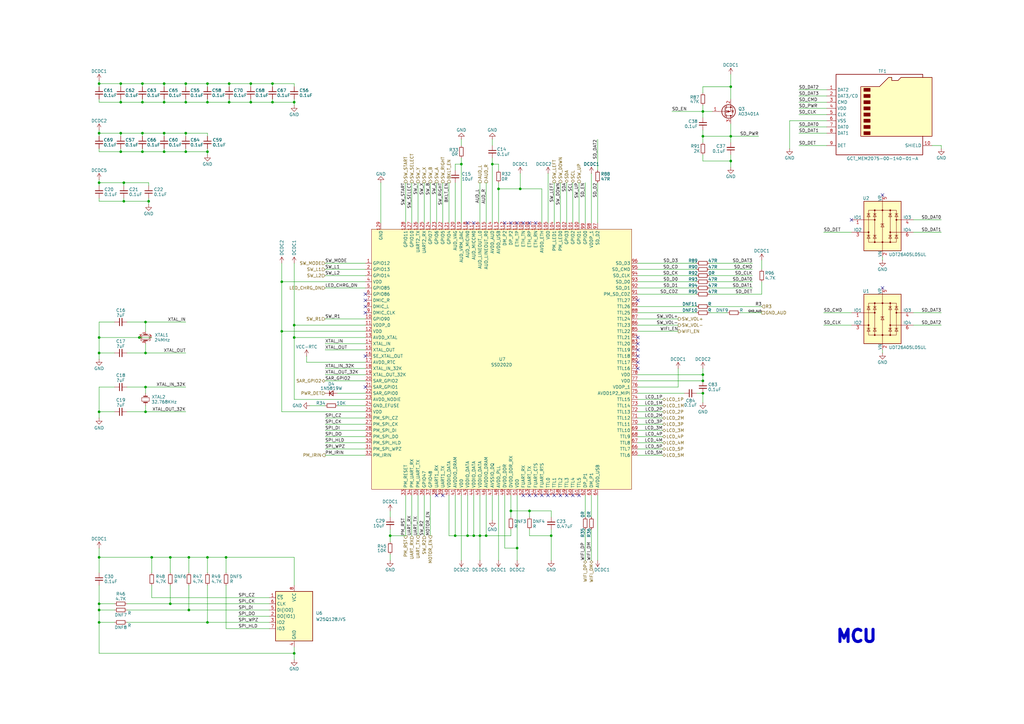
<source format=kicad_sch>
(kicad_sch (version 20231120) (generator "eeschema") (generator_version "8.0")
  (paper "A3")
  (junction (at 49.53 54.61))
  (junction (at 115.57 135.89))
  (junction (at 93.98 41.91))
  (junction (at 50.8 74.93))
  (junction (at 189.23 67.31))
  (junction (at 40.64 144.78))
  (junction (at 77.47 250.19))
  (junction (at 120.65 133.35))
  (junction (at 102.87 34.29))
  (junction (at 59.69 132.08))
  (junction (at 59.69 144.78))
  (junction (at 59.69 158.75))
  (junction (at 92.71 228.6))
  (junction (at 299.72 55.88))
  (junction (at 59.69 168.91))
  (junction (at 49.53 34.29))
  (junction (at 85.09 255.27))
  (junction (at 115.57 115.57))
  (junction (at 288.29 45.72))
  (junction (at 288.29 161.29))
  (junction (at 49.53 62.23))
  (junction (at 67.31 34.29))
  (junction (at 40.64 255.27))
  (junction (at 40.64 138.43))
  (junction (at 76.2 34.29))
  (junction (at 217.17 209.55))
  (junction (at 57.15 138.43))
  (junction (at 288.29 156.21))
  (junction (at 299.72 66.04))
  (junction (at 196.85 219.71))
  (junction (at 40.64 250.19))
  (junction (at 111.76 41.91))
  (junction (at 85.09 228.6))
  (junction (at 93.98 34.29))
  (junction (at 40.64 228.6))
  (junction (at 67.31 62.23))
  (junction (at 58.42 34.29))
  (junction (at 199.39 219.71))
  (junction (at 76.2 54.61))
  (junction (at 111.76 34.29))
  (junction (at 120.65 138.43))
  (junction (at 186.69 219.71))
  (junction (at 40.64 74.93))
  (junction (at 209.55 209.55))
  (junction (at 58.42 41.91))
  (junction (at 288.29 55.88))
  (junction (at 40.64 34.29))
  (junction (at 120.65 41.91))
  (junction (at 69.85 247.65))
  (junction (at 50.8 82.55))
  (junction (at 102.87 41.91))
  (junction (at 204.47 77.47))
  (junction (at 67.31 54.61))
  (junction (at 160.02 219.71))
  (junction (at 85.09 62.23))
  (junction (at 49.53 41.91))
  (junction (at 191.77 219.71))
  (junction (at 40.64 168.91))
  (junction (at 212.09 224.79))
  (junction (at 67.31 41.91))
  (junction (at 213.36 77.47))
  (junction (at 76.2 62.23))
  (junction (at 58.42 54.61))
  (junction (at 40.64 247.65))
  (junction (at 77.47 228.6))
  (junction (at 40.64 54.61))
  (junction (at 299.72 35.56))
  (junction (at 58.42 62.23))
  (junction (at 226.06 219.71))
  (junction (at 120.65 267.97))
  (junction (at 201.93 67.31))
  (junction (at 69.85 228.6))
  (junction (at 76.2 41.91))
  (junction (at 85.09 34.29))
  (junction (at 62.23 228.6))
  (junction (at 85.09 41.91))
  (junction (at 288.29 153.67))
  (junction (at 60.96 82.55))
  (junction (at 194.31 219.71))
  (no_connect (at 214.63 203.2))
  (no_connect (at 261.62 138.43))
  (no_connect (at 217.17 203.2))
  (no_connect (at 234.95 203.2))
  (no_connect (at 222.25 203.2))
  (no_connect (at 212.09 91.44))
  (no_connect (at 214.63 91.44))
  (no_connect (at 149.86 125.73))
  (no_connect (at 261.62 148.59))
  (no_connect (at 232.41 203.2))
  (no_connect (at 261.62 146.05))
  (no_connect (at 224.79 203.2))
  (no_connect (at 179.07 203.2))
  (no_connect (at 219.71 203.2))
  (no_connect (at 207.01 91.44))
  (no_connect (at 229.87 203.2))
  (no_connect (at 361.95 80.01))
  (no_connect (at 227.33 203.2))
  (no_connect (at 261.62 143.51))
  (no_connect (at 209.55 91.44))
  (no_connect (at 261.62 140.97))
  (no_connect (at 149.86 158.75))
  (no_connect (at 349.25 90.17))
  (no_connect (at 149.86 120.65))
  (no_connect (at 149.86 123.19))
  (no_connect (at 217.17 91.44))
  (no_connect (at 361.95 118.11))
  (no_connect (at 194.31 91.44))
  (no_connect (at 261.62 151.13))
  (no_connect (at 191.77 91.44))
  (no_connect (at 149.86 146.05))
  (no_connect (at 261.62 123.19))
  (no_connect (at 237.49 203.2))
  (no_connect (at 149.86 128.27))
  (no_connect (at 219.71 91.44))
  (no_connect (at 181.61 203.2))
  (wire (pts (xy 327.66 52.07) (xy 339.09 52.07)))
  (wire (pts (xy 245.11 74.93) (xy 245.11 91.44)))
  (wire (pts (xy 207.01 224.79) (xy 212.09 224.79)))
  (wire (pts (xy 85.09 255.27) (xy 110.49 255.27)))
  (wire (pts (xy 59.69 168.91) (xy 59.69 166.37)))
  (wire (pts (xy 160.02 229.87) (xy 160.02 227.33)))
  (wire (pts (xy 226.06 219.71) (xy 226.06 229.87)))
  (wire (pts (xy 327.66 54.61) (xy 339.09 54.61)))
  (wire (pts (xy 120.65 138.43) (xy 149.86 138.43)))
  (wire (pts (xy 160.02 219.71) (xy 166.37 219.71)))
  (wire (pts (xy 40.64 132.08) (xy 40.64 138.43)))
  (wire (pts (xy 288.29 48.26) (xy 288.29 45.72)))
  (wire (pts (xy 201.93 67.31) (xy 201.93 91.44)))
  (wire (pts (xy 58.42 41.91) (xy 67.31 41.91)))
  (wire (pts (xy 201.93 203.2) (xy 201.93 213.36)))
  (wire (pts (xy 196.85 74.93) (xy 196.85 91.44)))
  (wire (pts (xy 201.93 57.15) (xy 201.93 59.69)))
  (wire (pts (xy 261.62 176.53) (xy 271.78 176.53)))
  (wire (pts (xy 58.42 60.96) (xy 58.42 62.23)))
  (wire (pts (xy 386.08 95.25) (xy 374.65 95.25)))
  (wire (pts (xy 261.62 125.73) (xy 285.75 125.73)))
  (wire (pts (xy 93.98 41.91) (xy 85.09 41.91)))
  (wire (pts (xy 186.69 74.93) (xy 186.69 91.44)))
  (wire (pts (xy 52.07 255.27) (xy 85.09 255.27)))
  (wire (pts (xy 133.35 156.21) (xy 149.86 156.21)))
  (wire (pts (xy 85.09 62.23) (xy 76.2 62.23)))
  (wire (pts (xy 288.29 55.88) (xy 288.29 53.34)))
  (wire (pts (xy 40.64 144.78) (xy 40.64 147.32)))
  (wire (pts (xy 323.85 49.53) (xy 323.85 60.96)))
  (wire (pts (xy 288.29 153.67) (xy 288.29 156.21)))
  (wire (pts (xy 125.73 146.05) (xy 125.73 148.59)))
  (wire (pts (xy 92.71 257.81) (xy 110.49 257.81)))
  (wire (pts (xy 160.02 219.71) (xy 160.02 222.25)))
  (wire (pts (xy 204.47 67.31) (xy 204.47 69.85)))
  (wire (pts (xy 59.69 158.75) (xy 59.69 161.29)))
  (wire (pts (xy 49.53 54.61) (xy 40.64 54.61)))
  (wire (pts (xy 171.45 74.93) (xy 171.45 91.44)))
  (wire (pts (xy 52.07 158.75) (xy 59.69 158.75)))
  (wire (pts (xy 115.57 135.89) (xy 149.86 135.89)))
  (wire (pts (xy 49.53 41.91) (xy 49.53 40.64)))
  (wire (pts (xy 189.23 64.77) (xy 189.23 67.31)))
  (wire (pts (xy 323.85 49.53) (xy 339.09 49.53)))
  (wire (pts (xy 120.65 41.91) (xy 120.65 40.64)))
  (wire (pts (xy 186.69 203.2) (xy 186.69 219.71)))
  (wire (pts (xy 240.03 203.2) (xy 240.03 212.09)))
  (wire (pts (xy 201.93 64.77) (xy 201.93 67.31)))
  (wire (pts (xy 76.2 34.29) (xy 76.2 35.56)))
  (wire (pts (xy 261.62 128.27) (xy 285.75 128.27)))
  (wire (pts (xy 261.62 179.07) (xy 271.78 179.07)))
  (wire (pts (xy 312.42 106.68) (xy 312.42 110.49)))
  (wire (pts (xy 85.09 228.6) (xy 85.09 234.95)))
  (wire (pts (xy 67.31 41.91) (xy 76.2 41.91)))
  (wire (pts (xy 133.35 113.03) (xy 149.86 113.03)))
  (wire (pts (xy 261.62 173.99) (xy 271.78 173.99)))
  (wire (pts (xy 261.62 135.89) (xy 278.13 135.89)))
  (wire (pts (xy 52.07 247.65) (xy 69.85 247.65)))
  (wire (pts (xy 209.55 219.71) (xy 199.39 219.71)))
  (wire (pts (xy 92.71 228.6) (xy 92.71 234.95)))
  (wire (pts (xy 261.62 153.67) (xy 288.29 153.67)))
  (wire (pts (xy 46.99 250.19) (xy 40.64 250.19)))
  (wire (pts (xy 227.33 74.93) (xy 227.33 91.44)))
  (wire (pts (xy 168.91 203.2) (xy 168.91 219.71)))
  (wire (pts (xy 50.8 82.55) (xy 60.96 82.55)))
  (wire (pts (xy 76.2 60.96) (xy 76.2 62.23)))
  (wire (pts (xy 62.23 234.95) (xy 62.23 228.6)))
  (wire (pts (xy 69.85 247.65) (xy 110.49 247.65)))
  (wire (pts (xy 327.66 36.83) (xy 339.09 36.83)))
  (wire (pts (xy 196.85 219.71) (xy 196.85 229.87)))
  (wire (pts (xy 261.62 186.69) (xy 271.78 186.69)))
  (wire (pts (xy 97.79 252.73) (xy 110.49 252.73)))
  (wire (pts (xy 261.62 107.95) (xy 285.75 107.95)))
  (wire (pts (xy 242.57 71.12) (xy 242.57 91.44)))
  (wire (pts (xy 217.17 209.55) (xy 226.06 209.55)))
  (wire (pts (xy 184.15 203.2) (xy 184.15 219.71)))
  (wire (pts (xy 40.64 138.43) (xy 57.15 138.43)))
  (wire (pts (xy 77.47 250.19) (xy 110.49 250.19)))
  (wire (pts (xy 49.53 62.23) (xy 40.64 62.23)))
  (wire (pts (xy 120.65 133.35) (xy 149.86 133.35)))
  (wire (pts (xy 173.99 74.93) (xy 173.99 91.44)))
  (wire (pts (xy 77.47 240.03) (xy 77.47 250.19)))
  (wire (pts (xy 92.71 240.03) (xy 92.71 257.81)))
  (wire (pts (xy 85.09 62.23) (xy 85.09 63.5)))
  (wire (pts (xy 217.17 209.55) (xy 217.17 212.09)))
  (wire (pts (xy 52.07 168.91) (xy 59.69 168.91)))
  (wire (pts (xy 40.64 158.75) (xy 40.64 168.91)))
  (wire (pts (xy 237.49 74.93) (xy 237.49 91.44)))
  (wire (pts (xy 133.35 171.45) (xy 149.86 171.45)))
  (wire (pts (xy 50.8 82.55) (xy 40.64 82.55)))
  (wire (pts (xy 102.87 41.91) (xy 111.76 41.91)))
  (wire (pts (xy 67.31 34.29) (xy 76.2 34.29)))
  (wire (pts (xy 361.95 144.78) (xy 361.95 143.51)))
  (wire (pts (xy 85.09 240.03) (xy 85.09 255.27)))
  (wire (pts (xy 40.64 138.43) (xy 40.64 144.78)))
  (wire (pts (xy 67.31 54.61) (xy 58.42 54.61)))
  (wire (pts (xy 40.64 33.02) (xy 40.64 34.29)))
  (wire (pts (xy 209.55 203.2) (xy 209.55 209.55)))
  (wire (pts (xy 234.95 91.44) (xy 234.95 74.93)))
  (wire (pts (xy 290.83 115.57) (xy 308.61 115.57)))
  (wire (pts (xy 156.21 74.93) (xy 156.21 91.44)))
  (wire (pts (xy 261.62 168.91) (xy 271.78 168.91)))
  (wire (pts (xy 361.95 106.68) (xy 361.95 105.41)))
  (wire (pts (xy 290.83 118.11) (xy 308.61 118.11)))
  (wire (pts (xy 40.64 53.34) (xy 40.64 54.61)))
  (wire (pts (xy 138.43 161.29) (xy 149.86 161.29)))
  (wire (pts (xy 49.53 34.29) (xy 49.53 35.56)))
  (wire (pts (xy 386.08 59.69) (xy 386.08 60.96)))
  (wire (pts (xy 120.65 240.03) (xy 120.65 228.6)))
  (wire (pts (xy 85.09 54.61) (xy 76.2 54.61)))
  (wire (pts (xy 327.66 46.99) (xy 339.09 46.99)))
  (wire (pts (xy 40.64 168.91) (xy 46.99 168.91)))
  (wire (pts (xy 242.57 217.17) (xy 242.57 229.87)))
  (wire (pts (xy 111.76 34.29) (xy 102.87 34.29)))
  (wire (pts (xy 327.66 41.91) (xy 339.09 41.91)))
  (wire (pts (xy 102.87 41.91) (xy 93.98 41.91)))
  (wire (pts (xy 127 166.37) (xy 133.35 166.37)))
  (wire (pts (xy 69.85 228.6) (xy 69.85 234.95)))
  (wire (pts (xy 179.07 74.93) (xy 179.07 91.44)))
  (wire (pts (xy 186.69 219.71) (xy 184.15 219.71)))
  (wire (pts (xy 40.64 74.93) (xy 40.64 76.2)))
  (wire (pts (xy 133.35 118.11) (xy 149.86 118.11)))
  (wire (pts (xy 102.87 34.29) (xy 102.87 35.56)))
  (wire (pts (xy 181.61 74.93) (xy 181.61 91.44)))
  (wire (pts (xy 245.11 203.2) (xy 245.11 229.87)))
  (wire (pts (xy 111.76 35.56) (xy 111.76 34.29)))
  (wire (pts (xy 60.96 82.55) (xy 60.96 83.82)))
  (wire (pts (xy 85.09 35.56) (xy 85.09 34.29)))
  (wire (pts (xy 67.31 34.29) (xy 67.31 35.56)))
  (wire (pts (xy 382.27 59.69) (xy 386.08 59.69)))
  (wire (pts (xy 299.72 30.48) (xy 299.72 35.56)))
  (wire (pts (xy 50.8 74.93) (xy 60.96 74.93)))
  (wire (pts (xy 184.15 74.93) (xy 184.15 91.44)))
  (wire (pts (xy 120.65 35.56) (xy 120.65 34.29)))
  (wire (pts (xy 62.23 245.11) (xy 110.49 245.11)))
  (wire (pts (xy 46.99 158.75) (xy 40.64 158.75)))
  (wire (pts (xy 176.53 203.2) (xy 176.53 219.71)))
  (wire (pts (xy 40.64 228.6) (xy 62.23 228.6)))
  (wire (pts (xy 186.69 219.71) (xy 191.77 219.71)))
  (wire (pts (xy 160.02 209.55) (xy 160.02 212.09)))
  (wire (pts (xy 386.08 133.35) (xy 374.65 133.35)))
  (wire (pts (xy 261.62 130.81) (xy 278.13 130.81)))
  (wire (pts (xy 40.64 62.23) (xy 40.64 60.96)))
  (wire (pts (xy 40.64 240.03) (xy 40.64 247.65)))
  (wire (pts (xy 120.65 163.83) (xy 149.86 163.83)))
  (wire (pts (xy 217.17 219.71) (xy 226.06 219.71)))
  (wire (pts (xy 245.11 69.85) (xy 245.11 57.15)))
  (wire (pts (xy 160.02 219.71) (xy 160.02 217.17)))
  (wire (pts (xy 166.37 74.93) (xy 166.37 91.44)))
  (wire (pts (xy 52.07 132.08) (xy 59.69 132.08)))
  (wire (pts (xy 60.96 81.28) (xy 60.96 82.55)))
  (wire (pts (xy 261.62 120.65) (xy 285.75 120.65)))
  (wire (pts (xy 40.64 34.29) (xy 40.64 35.56)))
  (wire (pts (xy 85.09 41.91) (xy 76.2 41.91)))
  (wire (pts (xy 40.64 250.19) (xy 40.64 255.27)))
  (wire (pts (xy 290.83 120.65) (xy 312.42 120.65)))
  (wire (pts (xy 349.25 128.27) (xy 337.82 128.27)))
  (wire (pts (xy 76.2 40.64) (xy 76.2 41.91)))
  (wire (pts (xy 199.39 203.2) (xy 199.39 219.71)))
  (wire (pts (xy 299.72 35.56) (xy 299.72 40.64)))
  (wire (pts (xy 261.62 161.29) (xy 280.67 161.29)))
  (wire (pts (xy 149.86 148.59) (xy 125.73 148.59)))
  (wire (pts (xy 115.57 115.57) (xy 115.57 135.89)))
  (wire (pts (xy 93.98 35.56) (xy 93.98 34.29)))
  (wire (pts (xy 189.23 203.2) (xy 189.23 229.87)))
  (wire (pts (xy 40.64 255.27) (xy 46.99 255.27)))
  (wire (pts (xy 312.42 115.57) (xy 312.42 120.65)))
  (wire (pts (xy 288.29 35.56) (xy 299.72 35.56)))
  (wire (pts (xy 189.23 67.31) (xy 189.23 91.44)))
  (wire (pts (xy 327.66 44.45) (xy 339.09 44.45)))
  (wire (pts (xy 120.65 34.29) (xy 111.76 34.29)))
  (wire (pts (xy 226.06 209.55) (xy 226.06 212.09)))
  (wire (pts (xy 207.01 224.79) (xy 207.01 203.2)))
  (wire (pts (xy 58.42 34.29) (xy 67.31 34.29)))
  (wire (pts (xy 173.99 203.2) (xy 173.99 219.71)))
  (wire (pts (xy 189.23 57.15) (xy 189.23 59.69)))
  (wire (pts (xy 93.98 34.29) (xy 85.09 34.29)))
  (wire (pts (xy 337.82 133.35) (xy 349.25 133.35)))
  (wire (pts (xy 261.62 158.75) (xy 278.13 158.75)))
  (wire (pts (xy 52.07 250.19) (xy 77.47 250.19)))
  (wire (pts (xy 76.2 54.61) (xy 76.2 55.88)))
  (wire (pts (xy 204.47 203.2) (xy 204.47 229.87)))
  (wire (pts (xy 50.8 74.93) (xy 40.64 74.93)))
  (wire (pts (xy 59.69 144.78) (xy 76.2 144.78)))
  (wire (pts (xy 67.31 62.23) (xy 67.31 60.96)))
  (wire (pts (xy 115.57 107.95) (xy 115.57 115.57)))
  (wire (pts (xy 240.03 217.17) (xy 240.03 229.87)))
  (wire (pts (xy 191.77 219.71) (xy 194.31 219.71)))
  (wire (pts (xy 120.65 41.91) (xy 111.76 41.91)))
  (wire (pts (xy 58.42 62.23) (xy 49.53 62.23)))
  (wire (pts (xy 133.35 153.67) (xy 149.86 153.67)))
  (wire (pts (xy 77.47 228.6) (xy 77.47 234.95)))
  (wire (pts (xy 60.96 74.93) (xy 60.96 76.2)))
  (wire (pts (xy 40.64 55.88) (xy 40.64 54.61)))
  (wire (pts (xy 133.35 151.13) (xy 149.86 151.13)))
  (wire (pts (xy 58.42 62.23) (xy 67.31 62.23)))
  (wire (pts (xy 186.69 69.85) (xy 186.69 67.31)))
  (wire (pts (xy 199.39 74.93) (xy 199.39 91.44)))
  (wire (pts (xy 59.69 158.75) (xy 76.2 158.75)))
  (wire (pts (xy 133.35 143.51) (xy 149.86 143.51)))
  (wire (pts (xy 186.69 67.31) (xy 189.23 67.31)))
  (wire (pts (xy 40.64 228.6) (xy 40.64 234.95)))
  (wire (pts (xy 40.64 34.29) (xy 49.53 34.29)))
  (wire (pts (xy 50.8 74.93) (xy 50.8 76.2)))
  (wire (pts (xy 261.62 181.61) (xy 271.78 181.61)))
  (wire (pts (xy 226.06 217.17) (xy 226.06 219.71)))
  (wire (pts (xy 62.23 228.6) (xy 69.85 228.6)))
  (wire (pts (xy 327.66 39.37) (xy 339.09 39.37)))
  (wire (pts (xy 120.65 267.97) (xy 40.64 267.97)))
  (wire (pts (xy 40.64 82.55) (xy 40.64 81.28)))
  (wire (pts (xy 166.37 203.2) (xy 166.37 219.71)))
  (wire (pts (xy 288.29 43.18) (xy 288.29 45.72)))
  (wire (pts (xy 168.91 74.93) (xy 168.91 91.44)))
  (wire (pts (xy 209.55 209.55) (xy 209.55 212.09)))
  (wire (pts (xy 212.09 203.2) (xy 212.09 224.79)))
  (wire (pts (xy 213.36 77.47) (xy 222.25 77.47)))
  (wire (pts (xy 196.85 203.2) (xy 196.85 219.71)))
  (wire (pts (xy 288.29 55.88) (xy 288.29 58.42)))
  (wire (pts (xy 303.53 128.27) (xy 312.42 128.27)))
  (wire (pts (xy 133.35 186.69) (xy 149.86 186.69)))
  (wire (pts (xy 67.31 55.88) (xy 67.31 54.61)))
  (wire (pts (xy 120.65 228.6) (xy 92.71 228.6)))
  (wire (pts (xy 288.29 55.88) (xy 299.72 55.88)))
  (wire (pts (xy 209.55 209.55) (xy 217.17 209.55)))
  (wire (pts (xy 229.87 74.93) (xy 229.87 91.44)))
  (wire (pts (xy 222.25 77.47) (xy 222.25 91.44)))
  (wire (pts (xy 133.35 176.53) (xy 149.86 176.53)))
  (wire (pts (xy 59.69 144.78) (xy 59.69 140.97)))
  (wire (pts (xy 240.03 74.93) (xy 240.03 91.44)))
  (wire (pts (xy 275.59 45.72) (xy 288.29 45.72)))
  (wire (pts (xy 67.31 54.61) (xy 76.2 54.61)))
  (wire (pts (xy 40.64 224.79) (xy 40.64 228.6)))
  (wire (pts (xy 58.42 54.61) (xy 58.42 55.88)))
  (wire (pts (xy 299.72 55.88) (xy 311.15 55.88)))
  (wire (pts (xy 69.85 240.03) (xy 69.85 247.65)))
  (wire (pts (xy 288.29 151.13) (xy 288.29 153.67)))
  (wire (pts (xy 138.43 166.37) (xy 149.86 166.37)))
  (wire (pts (xy 133.35 110.49) (xy 149.86 110.49)))
  (wire (pts (xy 93.98 41.91) (xy 93.98 40.64)))
  (wire (pts (xy 120.65 107.95) (xy 120.65 133.35)))
  (wire (pts (xy 133.35 140.97) (xy 149.86 140.97)))
  (wire (pts (xy 290.83 110.49) (xy 308.61 110.49)))
  (wire (pts (xy 40.64 247.65) (xy 46.99 247.65)))
  (wire (pts (xy 49.53 54.61) (xy 58.42 54.61)))
  (wire (pts (xy 115.57 115.57) (xy 149.86 115.57)))
  (wire (pts (xy 288.29 66.04) (xy 299.72 66.04)))
  (wire (pts (xy 67.31 41.91) (xy 67.31 40.64)))
  (wire (pts (xy 49.53 34.29) (xy 58.42 34.29)))
  (wire (pts (xy 40.64 168.91) (xy 40.64 171.45)))
  (wire (pts (xy 288.29 45.72) (xy 292.1 45.72)))
  (wire (pts (xy 204.47 67.31) (xy 201.93 67.31)))
  (wire (pts (xy 299.72 66.04) (xy 299.72 68.58)))
  (wire (pts (xy 102.87 34.29) (xy 93.98 34.29)))
  (wire (pts (xy 337.82 95.25) (xy 349.25 95.25)))
  (wire (pts (xy 204.47 77.47) (xy 204.47 91.44)))
  (wire (pts (xy 49.53 60.96) (xy 49.53 62.23)))
  (wire (pts (xy 120.65 133.35) (xy 120.65 138.43)))
  (wire (pts (xy 213.36 71.12) (xy 213.36 77.47)))
  (wire (pts (xy 58.42 34.29) (xy 58.42 35.56)))
  (wire (pts (xy 299.72 50.8) (xy 299.72 55.88)))
  (wire (pts (xy 290.83 107.95) (xy 308.61 107.95)))
  (wire (pts (xy 299.72 63.5) (xy 299.72 66.04)))
  (wire (pts (xy 261.62 115.57) (xy 285.75 115.57)))
  (wire (pts (xy 40.64 255.27) (xy 40.64 267.97)))
  (wire (pts (xy 120.65 265.43) (xy 120.65 267.97)))
  (wire (pts (xy 133.35 173.99) (xy 149.86 173.99)))
  (wire (pts (xy 69.85 228.6) (xy 77.47 228.6)))
  (wire (pts (xy 120.65 41.91) (xy 120.65 43.18)))
  (wire (pts (xy 232.41 91.44) (xy 232.41 74.93)))
  (wire (pts (xy 261.62 118.11) (xy 285.75 118.11)))
  (wire (pts (xy 386.08 128.27) (xy 374.65 128.27)))
  (wire (pts (xy 224.79 71.12) (xy 224.79 91.44)))
  (wire (pts (xy 59.69 144.78) (xy 52.07 144.78)))
  (wire (pts (xy 120.65 138.43) (xy 120.65 163.83)))
  (wire (pts (xy 327.66 59.69) (xy 339.09 59.69)))
  (wire (pts (xy 290.83 113.03) (xy 308.61 113.03)))
  (wire (pts (xy 285.75 161.29) (xy 288.29 161.29)))
  (wire (pts (xy 85.09 34.29) (xy 76.2 34.29)))
  (wire (pts (xy 40.64 41.91) (xy 40.64 40.64)))
  (wire (pts (xy 261.62 110.49) (xy 285.75 110.49)))
  (wire (pts (xy 299.72 55.88) (xy 299.72 58.42)))
  (wire (pts (xy 49.53 55.88) (xy 49.53 54.61)))
  (wire (pts (xy 261.62 163.83) (xy 271.78 163.83)))
  (wire (pts (xy 133.35 130.81) (xy 149.86 130.81)))
  (wire (pts (xy 133.35 181.61) (xy 149.86 181.61)))
  (wire (pts (xy 40.64 144.78) (xy 46.99 144.78)))
  (wire (pts (xy 102.87 40.64) (xy 102.87 41.91)))
  (wire (pts (xy 85.09 60.96) (xy 85.09 62.23)))
  (wire (pts (xy 204.47 77.47) (xy 213.36 77.47)))
  (wire (pts (xy 209.55 217.17) (xy 209.55 219.71)))
  (wire (pts (xy 176.53 74.93) (xy 176.53 91.44)))
  (wire (pts (xy 191.77 203.2) (xy 191.77 219.71)))
  (wire (pts (xy 212.09 224.79) (xy 212.09 229.87)))
  (wire (pts (xy 171.45 203.2) (xy 171.45 219.71)))
  (wire (pts (xy 59.69 168.91) (xy 76.2 168.91)))
  (wire (pts (xy 57.15 138.43) (xy 62.23 138.43)))
  (wire (pts (xy 120.65 270.51) (xy 120.65 267.97)))
  (wire (pts (xy 58.42 41.91) (xy 58.42 40.64)))
  (wire (pts (xy 40.64 247.65) (xy 40.64 250.19)))
  (wire (pts (xy 67.31 62.23) (xy 76.2 62.23)))
  (wire (pts (xy 298.45 128.27) (xy 290.83 128.27)))
  (wire (pts (xy 217.17 219.71) (xy 217.17 217.17)))
  (wire (pts (xy 242.57 203.2) (xy 242.57 212.09)))
  (wire (pts (xy 278.13 151.13) (xy 278.13 158.75)))
  (wire (pts (xy 261.62 113.03) (xy 285.75 113.03)))
  (wire (pts (xy 40.64 73.66) (xy 40.64 74.93)))
  (wire (pts (xy 261.62 171.45) (xy 271.78 171.45)))
  (wire (pts (xy 261.62 156.21) (xy 288.29 156.21)))
  (wire (pts (xy 261.62 184.15) (xy 271.78 184.15)))
  (wire (pts (xy 204.47 74.93) (xy 204.47 77.47)))
  (wire (pts (xy 261.62 133.35) (xy 278.13 133.35)))
  (wire (pts (xy 133.35 107.95) (xy 149.86 107.95)))
  (wire (pts (xy 49.53 41.91) (xy 58.42 41.91)))
  (wire (pts (xy 50.8 82.55) (xy 50.8 81.28)))
  (wire (pts (xy 59.69 132.08) (xy 76.2 132.08)))
  (wire (pts (xy 111.76 41.91) (xy 111.76 40.64)))
  (wire (pts (xy 194.31 219.71) (xy 196.85 219.71)))
  (wire (pts (xy 288.29 63.5) (xy 288.29 66.04)))
  (wire (pts (xy 288.29 38.1) (xy 288.29 35.56)))
  (wire (pts (xy 85.09 228.6) (xy 92.71 228.6)))
  (wire (pts (xy 288.29 161.29) (xy 288.29 165.1)))
  (wire (pts (xy 85.09 40.64) (xy 85.09 41.91)))
  (wire (pts (xy 59.69 132.08) (xy 59.69 135.89)))
  (wire (pts (xy 62.23 245.11) (xy 62.23 240.03)))
  (wire (pts (xy 133.35 179.07) (xy 149.86 179.07)))
  (wire (pts (xy 77.47 228.6) (xy 85.09 228.6)))
  (wire (pts (xy 40.64 41.91) (xy 49.53 41.91)))
  (wire (pts (xy 261.62 166.37) (xy 271.78 166.37)))
  (wire (pts (xy 133.35 184.15) (xy 149.86 184.15)))
  (wire (pts (xy 386.08 90.17) (xy 374.65 90.17)))
  (wire (pts (xy 115.57 135.89) (xy 115.57 168.91)))
  (wire (pts (xy 290.83 125.73) (xy 312.42 125.73)))
  (wire (pts (xy 196.85 219.71) (xy 199.39 219.71)))
  (wire (pts (xy 194.31 203.2) (xy 194.31 219.71)))
  (wire (pts (xy 85.09 55.88) (xy 85.09 54.61)))
  (wire (pts (xy 46.99 132.08) (xy 40.64 132.08)))
  (wire (pts (xy 115.57 168.91) (xy 149.86 168.91)))
  (text "MCU" (at 351.282 261.112 0) (effects (font (size 5 5) (thickness 2) (bold yes))))
  (label "SPI_WPZ" (at 133.35 184.15 0))
  (label "SW_R1" (at 133.35 130.81 0))
  (label "SD_DAT2" (at 245.11 57.15 270))
  (label "SW_Y" (at 171.45 74.93 270))
  (label "SPI_DI" (at 97.79 250.19 0))
  (label "SD_DAT3" (at 386.08 128.27 180))
  (label "SD_DAT1" (at 308.61 118.11 180))
  (label "XTAL_OUT_32K" (at 133.35 153.67 0))
  (label "SD_CD" (at 278.13 110.49 180))
  (label "SW_VOL-" (at 278.13 133.35 180))
  (label "AUD_R" (at 199.39 77.47 270))
  (label "LED_CHRG_DN" (at 133.35 118.11 0))
  (label "SW_MODE" (at 133.35 107.95 0))
  (label "SW_SELECT" (at 168.91 74.93 270))
  (label "SPI_CZ" (at 97.79 245.11 0))
  (label "XTAL_IN" (at 133.35 140.97 0))
  (label "SD_DET" (at 337.82 95.25 0))
  (label "LCD_4M" (at 271.78 181.61 180))
  (label "SD_DAT3" (at 327.66 39.37 0))
  (label "SPI_CK" (at 97.79 247.65 0))
  (label "WIFI_DM" (at 242.57 229.87 90))
  (label "SD_DAT3" (at 308.61 107.95 180))
  (label "BKLT_EN" (at 184.15 74.93 270))
  (label "SW_START" (at 166.37 74.93 270))
  (label "LCD_3M" (at 271.78 176.53 180))
  (label "LCD_2M" (at 271.78 171.45 180))
  (label "SD_PWR" (at 311.15 55.88 180))
  (label "SD_CLK" (at 327.66 46.99 0))
  (label "LCD_3P" (at 271.78 173.99 180))
  (label "SDA" (at 232.41 74.93 270))
  (label "SPI_HLD" (at 133.35 181.61 0))
  (label "SD_DET" (at 327.66 59.69 0))
  (label "SD_CMD" (at 327.66 41.91 0))
  (label "SD_D1" (at 278.13 118.11 180))
  (label "SD_DAT0" (at 386.08 90.17 180))
  (label "PM_IRIN" (at 133.35 186.69 0))
  (label "SPI_WPZ" (at 97.79 255.27 0))
  (label "MOTOR_EN" (at 176.53 219.71 90))
  (label "LCD_1M" (at 271.78 166.37 180))
  (label "SPI_DO" (at 97.79 252.73 0))
  (label "XTAL_OUT" (at 76.2 144.78 180))
  (label "XTAL_IN_32K" (at 76.2 158.75 180))
  (label "SD_D2" (at 245.11 74.93 270))
  (label "UART_RX" (at 168.91 219.71 90))
  (label "SD_CLK" (at 308.61 113.03 180))
  (label "SD_PWR" (at 327.66 44.45 0))
  (label "SPI_CK" (at 133.35 173.99 0))
  (label "SW_L2" (at 133.35 113.03 0))
  (label "SPI_HLD" (at 97.79 257.81 0))
  (label "WIFI_DP" (at 240.03 229.87 90))
  (label "LCD_5P" (at 271.78 184.15 180))
  (label "SW_UP" (at 237.49 74.93 270))
  (label "SD_DAT0" (at 327.66 52.07 0))
  (label "LCD_2P" (at 271.78 168.91 180))
  (label "SD_DAT2" (at 386.08 133.35 180))
  (label "SD_CMD" (at 308.61 110.49 180))
  (label "SW_L1" (at 133.35 110.49 0))
  (label "SD_D0" (at 278.13 115.57 180))
  (label "SW_RIGHT" (at 181.61 74.93 270))
  (label "LCD_5M" (at 271.78 186.69 180))
  (label "SW_A" (at 179.07 74.93 270))
  (label "PM_RST" (at 166.37 219.71 90))
  (label "SD_DAT0" (at 308.61 115.57 180))
  (label "SD_DAT2" (at 327.66 36.83 0))
  (label "SAR_GPIO2" (at 133.35 156.21 0))
  (label "SD_DET" (at 308.61 120.65 180))
  (label "SW_R2" (at 173.99 219.71 90))
  (label "SW_X" (at 173.99 74.93 270))
  (label "SPI_DO" (at 133.35 179.07 0))
  (label "SD_CMD" (at 337.82 128.27 0))
  (label "SD_EN" (at 240.03 74.93 270))
  (label "WIFI_EN" (at 278.13 135.89 180))
  (label "XTAL_IN" (at 76.2 132.08 180))
  (label "SW_VOL+" (at 278.13 130.81 180))
  (label "AUD_L" (at 196.85 77.47 270))
  (label "SCL" (at 234.95 74.93 270))
  (label "SD_D3" (at 278.13 107.95 180))
  (label "SW_B" (at 176.53 74.93 270))
  (label "XTAL_OUT" (at 133.35 143.51 0))
  (label "SD_DAT1" (at 327.66 54.61 0))
  (label "SD_CK" (at 278.13 113.03 180))
  (label "UART_TX" (at 171.45 219.71 90))
  (label "GND_AUD" (at 312.42 128.27 180) (effects (font (size 0.8 0.8))))
  (label "SPI_CZ" (at 133.35 171.45 0))
  (label "LCD_4P" (at 271.78 179.07 180))
  (label "SPI_DI" (at 133.35 176.53 0))
  (label "SD_EN" (at 275.59 45.72 0))
  (label "LCD_1P" (at 271.78 163.83 180))
  (label "SD_CLK" (at 337.82 133.35 0))
  (label "XTAL_IN_32K" (at 133.35 151.13 0))
  (label "SD_CDZ" (at 278.13 120.65 180))
  (label "SW_DOWN" (at 229.87 74.93 270))
  (label "XTAL_OUT_32K" (at 76.2 168.91 180))
  (label "SW_LEFT" (at 227.33 74.93 270))
  (label "R3" (at 312.42 125.73 180))
  (label "SD_DAT1" (at 386.08 95.25 180))
  (hierarchical_label "LCD_5P" (shape bidirectional) (at 271.78 184.15 0))
  (hierarchical_label "AUD_L" (shape output) (at 196.85 74.93 90))
  (hierarchical_label "SAR_GPIO2" (shape bidirectional) (at 133.35 156.21 180))
  (hierarchical_label "SW_VOL+" (shape output) (at 278.13 130.81 0))
  (hierarchical_label "R3" (shape input) (at 312.42 125.73 0))
  (hierarchical_label "UART_RX" (shape input) (at 168.91 219.71 270))
  (hierarchical_label "PM_RST" (shape output) (at 166.37 219.71 270))
  (hierarchical_label "SDA" (shape bidirectional) (at 232.41 74.93 90))
  (hierarchical_label "LCD_2M" (shape bidirectional) (at 271.78 171.45 0))
  (hierarchical_label "SW_UP" (shape output) (at 237.49 74.93 90))
  (hierarchical_label "SW_RIGHT" (shape output) (at 181.61 74.93 90))
  (hierarchical_label "SW_SELECT" (shape output) (at 168.91 74.93 90))
  (hierarchical_label "AUD_R" (shape output) (at 199.39 74.93 90))
  (hierarchical_label "UART_TX" (shape output) (at 171.45 219.71 270))
  (hierarchical_label "SW_X" (shape output) (at 173.99 74.93 90))
  (hierarchical_label "PWR_DET" (shape input) (at 133.35 161.29 180))
  (hierarchical_label "SW_VOL-" (shape output) (at 278.13 133.35 0))
  (hierarchical_label "LCD_5M" (shape bidirectional) (at 271.78 186.69 0))
  (hierarchical_label "SCL" (shape bidirectional) (at 234.95 74.93 90))
  (hierarchical_label "LCD_1P" (shape bidirectional) (at 271.78 163.83 0))
  (hierarchical_label "LCD_2P" (shape bidirectional) (at 271.78 168.91 0))
  (hierarchical_label "WIFI_EN" (shape output) (at 278.13 135.89 0))
  (hierarchical_label "LCD_4P" (shape bidirectional) (at 271.78 179.07 0))
  (hierarchical_label "LCD_3P" (shape bidirectional) (at 271.78 173.99 0))
  (hierarchical_label "SW_L1" (shape input) (at 133.35 110.49 180))
  (hierarchical_label "WIFI_DP" (shape bidirectional) (at 240.03 229.87 270))
  (hierarchical_label "SW_LEFT" (shape output) (at 227.33 74.93 90))
  (hierarchical_label "PM_IRIN" (shape output) (at 133.35 186.69 180))
  (hierarchical_label "LCD_1M" (shape bidirectional) (at 271.78 166.37 0))
  (hierarchical_label "SW_R1" (shape input) (at 133.35 130.81 180))
  (hierarchical_label "LCD_3M" (shape bidirectional) (at 271.78 176.53 0))
  (hierarchical_label "GND_AUD" (shape passive) (at 312.42 128.27 0))
  (hierarchical_label "SW_Y" (shape output) (at 171.45 74.93 90))
  (hierarchical_label "WIFI_DM" (shape bidirectional) (at 242.57 229.87 270))
  (hierarchical_label "SW_A" (shape output) (at 179.07 74.93 90))
  (hierarchical_label "BKLT_EN" (shape output) (at 184.15 74.93 90))
  (hierarchical_label "SW_MODE" (shape input) (at 133.35 107.95 180))
  (hierarchical_label "SW_DOWN" (shape output) (at 229.87 74.93 90))
  (hierarchical_label "SW_R2" (shape input) (at 173.99 219.71 270))
  (hierarchical_label "LCD_4M" (shape bidirectional) (at 271.78 181.61 0))
  (hierarchical_label "MOTOR_EN" (shape output) (at 176.53 219.71 270))
  (hierarchical_label "LED_CHRG_DN" (shape input) (at 133.35 118.11 180))
  (hierarchical_label "SW_B" (shape output) (at 176.53 74.93 90))
  (hierarchical_label "SW_L2" (shape input) (at 133.35 113.03 180))
  (hierarchical_label "SW_START" (shape output) (at 166.37 74.93 90))
  (symbol (lib_id "power:GND") (at 40.64 171.45 0) (unit 1)
    (property "Reference" "#PWR06" (effects (hide yes)))
    (property "Value" "GND" (at 40.64 175.514 0))
    (property "Description" "Power symbol creates a global label with name \"GND\" , ground" (effects (hide yes)))
  )
  (symbol (lib_id "Device:C_Small") (at 120.65 38.1 180) (unit 1)
    (property "Reference" "C56" (at 124.714 37.084 0))
    (property "Value" "0.1uF" (at 125.476 39.116 0))
    (property "Footprint" "Capacitor_SMD:C_0402_1005Metric" (effects (hide yes)))
  )
  (symbol (lib_id "Device:C_Small") (at 102.87 38.1 0) (mirror x) (unit 1)
    (property "Reference" "C68" (at 106.68 37.084 0))
    (property "Value" "0.1uF" (at 107.442 39.116 0))
    (property "Footprint" "Capacitor_SMD:C_0402_1005Metric" (effects (hide yes)))
  )
  (symbol (lib_id "Device:R_Small") (at 189.23 62.23 0) (mirror x) (unit 1)
    (property "Reference" "R33" (at 184.15 61.468 0) (effects (justify left)))
    (property "Value" "0R" (at 185.166 63.246 0) (effects (justify left)))
    (property "Footprint" "Resistor_SMD:R_0402_1005Metric" (effects (hide yes)))
  )
  (symbol (lib_id "power:VCC") (at 245.11 229.87 180) (unit 1)
    (property "Reference" "#PWR078" (effects (hide yes)))
    (property "Value" "DCDC1" (at 246.888 233.68 0))
    (property "Description" "Power symbol creates a global label with name \"VCC\"" (effects (hide yes)))
  )
  (symbol (lib_id "power:GND") (at 40.64 147.32 0) (unit 1)
    (property "Reference" "#PWR05" (effects (hide yes)))
    (property "Value" "GND" (at 40.64 151.13 0))
    (property "Description" "Power symbol creates a global label with name \"GND\" , ground" (effects (hide yes)))
  )
  (symbol (lib_id "power:GND") (at 323.85 60.96 0) (unit 1)
    (property "Reference" "#PWR085" (effects (hide yes)))
    (property "Value" "GND" (at 323.85 64.77 0))
    (property "Description" "Power symbol creates a global label with name \"GND\" , ground" (effects (hide yes)))
  )
  (symbol (lib_id "power:GND") (at 201.93 213.36 0) (mirror y) (unit 1)
    (property "Reference" "#PWR047" (effects (hide yes)))
    (property "Value" "GND" (at 201.93 217.17 0))
    (property "Description" "Power symbol creates a global label with name \"GND\" , ground" (effects (hide yes)))
  )
  (symbol (lib_id "power:VCC") (at 212.09 229.87 180) (unit 1)
    (property "Reference" "#PWR061" (effects (hide yes)))
    (property "Value" "DCDC2" (at 212.09 233.68 0))
    (property "Description" "Power symbol creates a global label with name \"VCC\"" (effects (hide yes)))
  )
  (symbol (lib_id "Device:R_Small") (at 92.71 237.49 180) (unit 1)
    (property "Reference" "DNF5" (at 94.234 236.474 0) (effects (justify right)))
    (property "Value" "R" (at 94.234 238.506 0) (effects (justify right)))
    (property "Footprint" "Resistor_SMD:R_0402_1005Metric" (effects (hide yes)))
  )
  (symbol (lib_id "power:GND") (at 120.65 43.18 0) (unit 1)
    (property "Reference" "#PWR011" (effects (hide yes)))
    (property "Value" "GND" (at 120.65 46.99 0))
    (property "Description" "Power symbol creates a global label with name \"GND\" , ground" (effects (hide yes)))
  )
  (symbol (lib_id "Device:R_Small") (at 204.47 72.39 180) (unit 1)
    (property "Reference" "R32" (at 209.55 71.374 0) (effects (justify left)))
    (property "Value" "0R" (at 208.28 73.406 0) (effects (justify left)))
    (property "Footprint" "Resistor_SMD:R_0603_1608Metric" (effects (hide yes)))
  )
  (symbol (lib_id "Device:C_Small") (at 49.53 58.42 0) (unit 1)
    (property "Reference" "C57" (at 53.34 57.404 0))
    (property "Value" "0.1uF" (at 54.102 59.436 0))
    (property "Footprint" "Capacitor_SMD:C_0402_1005Metric" (effects (hide yes)))
  )
  (symbol (lib_id "Device:R_Small") (at 288.29 40.64 0) (unit 1)
    (property "Reference" "R87" (at 282.956 39.878 0) (effects (justify left)))
    (property "Value" "47K" (at 282.956 41.656 0) (effects (justify left)))
    (property "Footprint" "Resistor_SMD:R_0402_1005Metric" (effects (hide yes)))
  )
  (symbol (lib_id "Device:Crystal_GND24_Small") (at 59.69 138.43 270) (unit 1)
    (property "Reference" "XTAL1" (at 66.294 137.414 90))
    (property "Value" "24MHz" (at 66.548 139.446 90))
    (property "Footprint" "Crystal:Crystal_SMD_3225-4Pin_3.2x2.5mm" (effects (hide yes)))
  )
  (symbol (lib_id "power:GND") (at 189.23 57.15 180) (unit 1)
    (property "Reference" "#PWR023" (effects (hide yes)))
    (property "Value" "GND" (at 189.23 53.34 0))
    (property "Description" "Power symbol creates a global label with name \"GND\" , ground" (effects (hide yes)))
  )
  (symbol (lib_id "power:VCC") (at 40.64 224.79 0) (unit 1)
    (property "Reference" "#PWR07" (effects (hide yes)))
    (property "Value" "DCDC1" (at 40.64 220.98 0))
    (property "Description" "Power symbol creates a global label with name \"VCC\"" (effects (hide yes)))
  )
  (symbol (lib_id "power:GND") (at 85.09 63.5 0) (unit 1)
    (property "Reference" "#PWR09" (effects (hide yes)))
    (property "Value" "GND" (at 85.09 67.31 0))
    (property "Description" "Power symbol creates a global label with name \"GND\" , ground" (effects (hide yes)))
  )
  (symbol (lib_id "Device:C_Small") (at 40.64 38.1 0) (unit 1)
    (property "Reference" "C61" (at 44.45 37.084 0))
    (property "Value" "0.1uF" (at 45.212 39.116 0))
    (property "Footprint" "Capacitor_SMD:C_0402_1005Metric" (effects (hide yes)))
  )
  (symbol (lib_id "power:GND") (at 361.95 144.78 0) (unit 1)
    (property "Reference" "#PWR088" (effects (hide yes)))
    (property "Value" "GND" (at 361.95 148.59 0))
    (property "Description" "Power symbol creates a global label with name \"GND\" , ground" (effects (hide yes)))
  )
  (symbol (lib_id "power:GND") (at 201.93 57.15 180) (unit 1)
    (property "Reference" "#PWR027" (effects (hide yes)))
    (property "Value" "GND" (at 201.93 53.34 0))
    (property "Description" "Power symbol creates a global label with name \"GND\" , ground" (effects (hide yes)))
  )
  (symbol (lib_id "Device:R_Small") (at 49.53 250.19 270) (mirror x) (unit 1)
    (property "Reference" "DNF7" (at 46.99 252.222 90) (effects (justify left)))
    (property "Value" "R" (at 53.086 251.46 90))
    (property "Footprint" "Resistor_SMD:R_0402_1005Metric" (effects (hide yes)))
  )
  (symbol (lib_id "power:GND") (at 160.02 229.87 0) (mirror y) (unit 1)
    (property "Reference" "#PWR022" (effects (hide yes)))
    (property "Value" "GND" (at 160.02 233.68 0))
    (property "Description" "Power symbol creates a global label with name \"GND\" , ground" (effects (hide yes)))
  )
  (symbol (lib_id "power:GND") (at 299.72 68.58 0) (mirror y) (unit 1)
    (property "Reference" "#PWR083" (effects (hide yes)))
    (property "Value" "GND" (at 299.72 72.39 0))
    (property "Description" "Power symbol creates a global label with name \"GND\" , ground" (effects (hide yes)))
  )
  (symbol (lib_id "Device:C_Small") (at 40.64 237.49 0) (unit 1)
    (property "Reference" "C30" (at 44.704 236.474 0))
    (property "Value" "0.1uF" (at 45.466 238.506 0))
    (property "Footprint" "Capacitor_SMD:C_0402_1005Metric" (effects (hide yes)))
  )
  (symbol (lib_id "Device:R_Small") (at 288.29 115.57 270) (mirror x) (unit 1)
    (property "Reference" "R93" (at 284.226 114.554 90))
    (property "Value" "47R" (at 292.354 114.554 90))
    (property "Footprint" "Resistor_SMD:R_0402_1005Metric" (effects (hide yes)))
  )
  (symbol (lib_id "Device:R_Small") (at 288.29 125.73 270) (mirror x) (unit 1)
    (property "Reference" "DNF11" (at 282.956 124.714 90))
    (property "Value" "R" (at 291.084 124.714 90))
    (property "Footprint" "Resistor_SMD:R_0402_1005Metric" (effects (hide yes)))
  )
  (symbol (lib_id "Device:C_Small") (at 40.64 78.74 0) (mirror x) (unit 1)
    (property "Reference" "C20" (at 44.704 77.724 0))
    (property "Value" "0.1uF" (at 45.466 79.756 0))
    (property "Footprint" "Capacitor_SMD:C_0402_1005Metric" (effects (hide yes)))
  )
  (symbol (lib_id "power:VCC") (at 196.85 229.87 180) (unit 1)
    (property "Reference" "#PWR025" (effects (hide yes)))
    (property "Value" "DCDC5" (at 196.85 233.68 0))
    (property "Description" "Power symbol creates a global label with name \"VCC\"" (effects (hide yes)))
  )
  (symbol (lib_id "Device:Crystal_Small") (at 59.69 163.83 270) (unit 1)
    (property "Reference" "XTAL2" (at 65.024 162.814 90))
    (property "Value" "32.768KHz" (at 67.31 164.846 90))
    (property "Footprint" "Crystal:Crystal_SMD_3215-2Pin_3.2x1.5mm" (effects (hide yes)))
  )
  (symbol (lib_id "power:VCC") (at 160.02 209.55 0) (unit 1)
    (property "Reference" "#PWR020" (effects (hide yes)))
    (property "Value" "DCDC1" (at 160.02 205.74 0))
    (property "Description" "Power symbol creates a global label with name \"VCC\"" (effects (hide yes)))
  )
  (symbol (lib_id "Memory_Flash:W25Q128JVS") (at 120.65 252.73 0) (unit 1)
    (property "Reference" "U6" (at 129.54 251.4599 0) (effects (justify left)))
    (property "Value" "W25Q128JVS" (at 129.54 253.9999 0) (effects (justify left)))
    (property "Footprint" "Package_SO:SOIC-8_5.275x5.275mm_P1.27mm" (effects (hide yes)))
  )
  (symbol (lib_id "Device:R_Small") (at 77.47 237.49 180) (unit 1)
    (property "Reference" "R47" (at 78.994 236.474 0) (effects (justify right)))
    (property "Value" "4.7K" (at 78.994 238.506 0) (effects (justify right)))
    (property "Footprint" "Resistor_SMD:R_0402_1005Metric" (effects (hide yes)))
  )
  (symbol (lib_id "Device:R_Small") (at 312.42 113.03 180) (unit 1)
    (property "Reference" "R96" (at 313.69 112.014 0) (effects (justify right)))
    (property "Value" "4.7K" (at 313.69 114.046 0) (effects (justify right)))
    (property "Footprint" "Resistor_SMD:R_0402_1005Metric" (effects (hide yes)))
  )
  (symbol (lib_id "Device:R_Small") (at 288.29 60.96 0) (unit 1)
    (property "Reference" "R91" (at 283.21 59.944 0) (effects (justify left)))
    (property "Value" "2K" (at 284.48 61.976 0) (effects (justify left)))
    (property "Footprint" "Resistor_SMD:R_0402_1005Metric" (effects (hide yes)))
  )
  (symbol (lib_id "power:GND") (at 226.06 229.87 0) (mirror y) (unit 1)
    (property "Reference" "#PWR064" (effects (hide yes)))
    (property "Value" "GND" (at 226.06 233.68 0))
    (property "Description" "Power symbol creates a global label with name \"GND\" , ground" (effects (hide yes)))
  )
  (symbol (lib_id "Device:C_Small") (at 49.53 168.91 90) (unit 1)
    (property "Reference" "C19" (at 49.53 164.084 90))
    (property "Value" "?uF" (at 49.53 166.116 90))
    (property "Footprint" "Capacitor_SMD:C_0402_1005Metric" (effects (hide yes)))
  )
  (symbol (lib_id "Device:C_Small") (at 58.42 38.1 0) (unit 1)
    (property "Reference" "C63" (at 62.23 37.084 0))
    (property "Value" "0.1uF" (at 62.992 39.116 0))
    (property "Footprint" "Capacitor_SMD:C_0402_1005Metric" (effects (hide yes)))
  )
  (symbol (lib_id "Device:R_Small") (at 49.53 255.27 90) (unit 1)
    (property "Reference" "DNF8" (at 49.53 257.302 90))
    (property "Value" "R" (at 53.086 256.54 90))
    (property "Footprint" "Resistor_SMD:R_0402_1005Metric" (effects (hide yes)))
  )
  (symbol (lib_id "power:VCC") (at 278.13 151.13 0) (unit 1)
    (property "Reference" "#PWR079" (effects (hide yes)))
    (property "Value" "DCDC1" (at 278.13 147.32 0))
    (property "Description" "Power symbol creates a global label with name \"VCC\"" (effects (hide yes)))
  )
  (symbol (lib_id "power:GND") (at 156.21 74.93 180) (unit 1)
    (property "Reference" "#PWR019" (effects (hide yes)))
    (property "Value" "GND" (at 156.21 71.374 0))
    (property "Description" "Power symbol creates a global label with name \"GND\" , ground" (effects (hide yes)))
  )
  (symbol (lib_id "Device:R_Small") (at 288.29 113.03 270) (mirror x) (unit 1)
    (property "Reference" "R92" (at 284.226 112.014 90))
    (property "Value" "0R" (at 291.846 112.014 90))
    (property "Footprint" "Resistor_SMD:R_0402_1005Metric" (effects (hide yes)))
  )
  (symbol (lib_id "Device:C_Small") (at 186.69 72.39 0) (unit 1)
    (property "Reference" "C15" (at 191.262 71.374 0))
    (property "Value" "10uF" (at 191.77 73.406 0))
    (property "Footprint" "Capacitor_SMD:C_0603_1608Metric" (effects (hide yes)))
  )
  (symbol (lib_id "Device:R_Small") (at 288.29 120.65 270) (mirror x) (unit 1)
    (property "Reference" "R95" (at 284.226 119.634 90))
    (property "Value" "47R" (at 292.354 119.634 90))
    (property "Footprint" "Resistor_SMD:R_0402_1005Metric" (effects (hide yes)))
  )
  (symbol (lib_id "Device:C_Small") (at 49.53 38.1 0) (unit 1)
    (property "Reference" "C62" (at 53.34 37.084 0))
    (property "Value" "0.1uF" (at 54.102 39.116 0))
    (property "Footprint" "Capacitor_SMD:C_0402_1005Metric" (effects (hide yes)))
  )
  (symbol (lib_id "Device:R_Small") (at 135.89 166.37 90) (unit 1)
    (property "Reference" "R34" (at 131.572 165.354 90))
    (property "Value" "10K" (at 139.954 165.354 90))
    (property "Footprint" "Resistor_SMD:R_0402_1005Metric" (effects (hide yes)))
  )
  (symbol (lib_id "power:VCC") (at 204.47 229.87 180) (unit 1)
    (property "Reference" "#PWR048" (effects (hide yes)))
    (property "Value" "DCDC1" (at 204.47 233.68 0))
    (property "Description" "Power symbol creates a global label with name \"VCC\"" (effects (hide yes)))
  )
  (symbol (lib_id "power:VCC") (at 312.42 106.68 0) (unit 1)
    (property "Reference" "#PWR084" (effects (hide yes)))
    (property "Value" "DCDC1" (at 312.42 102.87 0))
    (property "Description" "Power symbol creates a global label with name \"VCC\"" (effects (hide yes)))
  )
  (symbol (lib_id "Device:R_Small") (at 288.29 128.27 90) (unit 1)
    (property "Reference" "DNF10" (at 282.956 127.254 90))
    (property "Value" "R" (at 291.084 127.254 90))
    (property "Footprint" "Resistor_SMD:R_0402_1005Metric" (effects (hide yes)))
  )
  (symbol (lib_id "Device:C_Small") (at 93.98 38.1 180) (unit 1)
    (property "Reference" "C70" (at 97.79 37.084 0))
    (property "Value" "0.1uF" (at 98.552 39.116 0))
    (property "Footprint" "Capacitor_SMD:C_0402_1005Metric" (effects (hide yes)))
  )
  (symbol (lib_id "power:VCC") (at 288.29 151.13 0) (unit 1)
    (property "Reference" "#PWR080" (effects (hide yes)))
    (property "Value" "DCDC2" (at 288.29 147.32 0))
    (property "Description" "Power symbol creates a global label with name \"VCC\"" (effects (hide yes)))
  )
  (symbol (lib_id "Device:C_Small") (at 76.2 38.1 0) (mirror x) (unit 1)
    (property "Reference" "C55" (at 80.01 37.084 0))
    (property "Value" "0.1uF" (at 80.772 39.116 0))
    (property "Footprint" "Capacitor_SMD:C_0402_1005Metric" (effects (hide yes)))
  )
  (symbol (lib_id "Power_Protection:SRV05-4") (at 361.95 92.71 0) (unit 1)
    (property "Reference" "U2" (at 353.822 81.28 0) (effects (justify left)))
    (property "Value" "UDT26A05L05UL" (at 364.49 104.394 0) (effects (justify left)))
    (property "Footprint" "Package_TO_SOT_SMD:SOT-23-6" (effects (hide yes)))
  )
  (symbol (lib_id "MM-Plus-RE:SSD202D") (at 205.74 147.32 0) (unit 1)
    (property "Reference" "U7" (at 205.994 147.32 0))
    (property "Value" "SSD202D" (at 205.74 149.606 0))
    (property "Footprint" "MM-Plus-RE:SSD202D" (effects (hide yes)))
  )
  (symbol (lib_id "power:VCC") (at 125.73 146.05 0) (unit 1)
    (property "Reference" "#PWR0111" (effects (hide yes)))
    (property "Value" "VCC-RTC" (at 125.73 142.24 0))
    (property "Description" "Power symbol creates a global label with name \"VCC\"" (effects (hide yes)))
  )
  (symbol (lib_id "Device:R_Small") (at 217.17 214.63 0) (mirror y) (unit 1)
    (property "Reference" "DNF4" (at 223.52 213.868 0) (effects (justify left)))
    (property "Value" "R" (at 219.964 215.9 0) (effects (justify left)))
    (property "Footprint" "Resistor_SMD:R_0402_1005Metric" (effects (hide yes)))
  )
  (symbol (lib_id "power:VCC") (at 224.79 71.12 0) (unit 1)
    (property "Reference" "#PWR063" (effects (hide yes)))
    (property "Value" "DCDC2" (at 223.012 67.31 0))
    (property "Description" "Power symbol creates a global label with name \"VCC\"" (effects (hide yes)))
  )
  (symbol (lib_id "Device:R_Small") (at 245.11 72.39 0) (mirror y) (unit 1)
    (property "Reference" "R88" (at 246.38 71.374 0) (effects (justify right)))
    (property "Value" "47R" (at 246.38 73.406 0) (effects (justify right)))
    (property "Footprint" "Resistor_SMD:R_0402_1005Metric" (effects (hide yes)))
  )
  (symbol (lib_id "power:VCC") (at 40.64 73.66 0) (unit 1)
    (property "Reference" "#PWR04" (effects (hide yes)))
    (property "Value" "DCDC5" (at 40.64 69.85 0))
    (property "Description" "Power symbol creates a global label with name \"VCC\"" (effects (hide yes)))
  )
  (symbol (lib_id "power:VCC") (at 213.36 71.12 0) (unit 1)
    (property "Reference" "#PWR062" (effects (hide yes)))
    (property "Value" "DCDC1" (at 213.36 67.31 0))
    (property "Description" "Power symbol creates a global label with name \"VCC\"" (effects (hide yes)))
  )
  (symbol (lib_id "Connector:Micro_SD_Card_Det1") (at 361.95 46.99 0) (unit 1)
    (property "Reference" "TF1" (at 361.95 29.21 0))
    (property "Value" "GCT_MEM2075-00-140-01-A" (at 361.95 65.024 0))
    (property "Footprint" "MM-Plus-RE:GCT_MEM2075-00-140-01-A" (effects (hide yes)))
  )
  (symbol (lib_id "Device:C_Small") (at 58.42 58.42 0) (unit 1)
    (property "Reference" "C66" (at 62.23 57.404 0))
    (property "Value" "0.1uF" (at 62.992 59.436 0))
    (property "Footprint" "Capacitor_SMD:C_0402_1005Metric" (effects (hide yes)))
  )
  (symbol (lib_id "power:VCC") (at 189.23 229.87 180) (unit 1)
    (property "Reference" "#PWR024" (effects (hide yes)))
    (property "Value" "DCDC2" (at 189.23 233.68 0))
    (property "Description" "Power symbol creates a global label with name \"VCC\"" (effects (hide yes)))
  )
  (symbol (lib_id "power:VCC") (at 40.64 53.34 0) (unit 1)
    (property "Reference" "#PWR03" (effects (hide yes)))
    (property "Value" "DCDC2" (at 40.64 49.53 0))
    (property "Description" "Power symbol creates a global label with name \"VCC\"" (effects (hide yes)))
  )
  (symbol (lib_id "Device:C_Small") (at 60.96 78.74 0) (mirror x) (unit 1)
    (property "Reference" "C22" (at 65.024 77.724 0))
    (property "Value" "0.1uF" (at 65.786 79.756 0))
    (property "Footprint" "Capacitor_SMD:C_0402_1005Metric" (effects (hide yes)))
  )
  (symbol (lib_id "power:VCC") (at 115.57 107.95 0) (unit 1)
    (property "Reference" "#PWR010" (effects (hide yes)))
    (property "Value" "DCDC2" (at 115.57 101.6 90))
    (property "Description" "Power symbol creates a global label with name \"VCC\"" (effects (hide yes)))
  )
  (symbol (lib_id "Device:C_Small") (at 49.53 132.08 90) (unit 1)
    (property "Reference" "C16" (at 49.53 127.254 90))
    (property "Value" "?uF" (at 49.53 129.286 90))
    (property "Footprint" "Capacitor_SMD:C_0402_1005Metric" (effects (hide yes)))
  )
  (symbol (lib_id "power:VCC") (at 242.57 71.12 0) (unit 1)
    (property "Reference" "#PWR077" (effects (hide yes)))
    (property "Value" "DCDC1" (at 242.57 67.31 0))
    (property "Description" "Power symbol creates a global label with name \"VCC\"" (effects (hide yes)))
  )
  (symbol (lib_id "Device:R_Small") (at 242.57 214.63 0) (unit 1)
    (property "Reference" "R36" (at 241.554 220.472 90) (effects (justify left)))
    (property "Value" "0R" (at 241.554 212.344 90) (effects (justify left)))
    (property "Footprint" "Resistor_SMD:R_0402_1005Metric" (effects (hide yes)))
  )
  (symbol (lib_id "Device:R_Small") (at 209.55 214.63 0) (mirror y) (unit 1)
    (property "Reference" "DNF3" (at 215.9 213.868 0) (effects (justify left)))
    (property "Value" "R" (at 212.344 215.9 0) (effects (justify left)))
    (property "Footprint" "Resistor_SMD:R_0402_1005Metric" (effects (hide yes)))
  )
  (symbol (lib_id "Device:C_Small") (at 50.8 78.74 0) (mirror x) (unit 1)
    (property "Reference" "C21" (at 54.864 77.724 0))
    (property "Value" "0.1uF" (at 55.626 79.756 0))
    (property "Footprint" "Capacitor_SMD:C_0402_1005Metric" (effects (hide yes)))
  )
  (symbol (lib_id "Device:R_Small") (at 288.29 110.49 270) (mirror x) (unit 1)
    (property "Reference" "R90" (at 284.226 109.474 90))
    (property "Value" "47R" (at 292.354 109.474 90))
    (property "Footprint" "Resistor_SMD:R_0402_1005Metric" (effects (hide yes)))
  )
  (symbol (lib_id "Device:C_Small") (at 226.06 214.63 180) (unit 1)
    (property "Reference" "C23" (at 230.124 213.868 0))
    (property "Value" "0.47uF" (at 231.648 215.9 0))
    (property "Footprint" "Capacitor_SMD:C_0402_1005Metric" (effects (hide yes)))
  )
  (symbol (lib_id "Device:C_Small") (at 67.31 38.1 0) (unit 1)
    (property "Reference" "C65" (at 71.12 37.084 0))
    (property "Value" "0.1uF" (at 71.882 39.116 0))
    (property "Footprint" "Capacitor_SMD:C_0402_1005Metric" (effects (hide yes)))
  )
  (symbol (lib_id "Device:C_Small") (at 201.93 62.23 0) (unit 1)
    (property "Reference" "C14" (at 205.74 61.214 0))
    (property "Value" "0.1uF" (at 206.502 63.246 0))
    (property "Footprint" "Capacitor_SMD:C_0402_1005Metric" (effects (hide yes)))
  )
  (symbol (lib_id "Device:C_Small") (at 160.02 214.63 0) (unit 1)
    (property "Reference" "C29" (at 155.956 213.614 0))
    (property "Value" "10uF" (at 155.448 215.646 0))
    (property "Footprint" "Capacitor_SMD:C_0603_1608Metric" (effects (hide yes)))
  )
  (symbol (lib_id "Device:R_Small") (at 240.03 214.63 0) (unit 1)
    (property "Reference" "R35" (at 239.014 220.472 90) (effects (justify left)))
    (property "Value" "0R" (at 239.014 212.344 90) (effects (justify left)))
    (property "Footprint" "Resistor_SMD:R_0402_1005Metric" (effects (hide yes)))
  )
  (symbol (lib_id "Device:C_Small") (at 288.29 158.75 0) (unit 1)
    (property "Reference" "C83" (at 292.354 157.734 0))
    (property "Value" "0.1uF" (at 293.116 159.766 0))
    (property "Footprint" "Capacitor_SMD:C_0402_1005Metric" (effects (hide yes)))
  )
  (symbol (lib_id "Device:R_Small") (at 160.02 224.79 0) (mirror y) (unit 1)
    (property "Reference" "R45" (at 154.686 224.028 0) (effects (justify right)))
    (property "Value" "10K" (at 154.686 225.806 0) (effects (justify right)))
    (property "Footprint" "Resistor_SMD:R_0402_1005Metric" (effects (hide yes)))
  )
  (symbol (lib_id "power:VCC") (at 120.65 107.95 0) (unit 1)
    (property "Reference" "#PWR013" (effects (hide yes)))
    (property "Value" "DCDC1" (at 120.65 101.6 90))
    (property "Description" "Power symbol creates a global label with name \"VCC\"" (effects (hide yes)))
  )
  (symbol (lib_id "Device:C_Small") (at 49.53 158.75 90) (unit 1)
    (property "Reference" "C18" (at 49.53 153.924 90))
    (property "Value" "?uF" (at 49.53 155.956 90))
    (property "Footprint" "Capacitor_SMD:C_0402_1005Metric" (effects (hide yes)))
  )
  (symbol (lib_id "Device:C_Small") (at 288.29 50.8 0) (mirror y) (unit 1)
    (property "Reference" "C38" (at 284.226 49.784 0))
    (property "Value" "0.1uF" (at 283.464 51.816 0))
    (property "Footprint" "Capacitor_SMD:C_0402_1005Metric" (effects (hide yes)))
  )
  (symbol (lib_id "Power_Protection:SRV05-4") (at 361.95 130.81 0) (unit 1)
    (property "Reference" "U1" (at 353.822 119.38 0) (effects (justify left)))
    (property "Value" "UDT26A05L05UL" (at 364.49 142.494 0) (effects (justify left)))
    (property "Footprint" "Package_TO_SOT_SMD:SOT-23-6" (effects (hide yes)))
  )
  (symbol (lib_id "power:GND") (at 288.29 165.1 0) (mirror y) (unit 1)
    (property "Reference" "#PWR081" (effects (hide yes)))
    (property "Value" "GND" (at 288.29 168.91 0))
    (property "Description" "Power symbol creates a global label with name \"GND\" , ground" (effects (hide yes)))
  )
  (symbol (lib_id "Device:C_Small") (at 67.31 58.42 0) (unit 1)
    (property "Reference" "C60" (at 71.12 57.404 0))
    (property "Value" "0.1uF" (at 71.882 59.436 0))
    (property "Footprint" "Capacitor_SMD:C_0402_1005Metric" (effects (hide yes)))
  )
  (symbol (lib_id "Device:C_Small") (at 76.2 58.42 0) (unit 1)
    (property "Reference" "C64" (at 80.01 57.404 0))
    (property "Value" "0.1uF" (at 80.772 59.436 0))
    (property "Footprint" "Capacitor_SMD:C_0402_1005Metric" (effects (hide yes)))
  )
  (symbol (lib_id "Device:D_Small") (at 135.89 161.29 0) (unit 1)
    (property "Reference" "D4" (at 135.89 157.48 0))
    (property "Value" "1N5819W" (at 135.89 159.258 0))
    (property "Footprint" "Diode_SMD:D_SOD-123F" (effects (hide yes)))
    (property "Sim.Pins" "1=K 2=A" (effects (hide yes)))
  )
  (symbol (lib_id "Device:R_Small") (at 69.85 237.49 180) (unit 1)
    (property "Reference" "DNF6" (at 71.374 236.474 0) (effects (justify right)))
    (property "Value" "R" (at 71.374 238.506 0) (effects (justify right)))
    (property "Footprint" "Resistor_SMD:R_0402_1005Metric" (effects (hide yes)))
  )
  (symbol (lib_id "Device:C_Small") (at 85.09 58.42 0) (unit 1)
    (property "Reference" "C59" (at 89.154 57.404 0))
    (property "Value" "0.1uF" (at 89.916 59.436 0))
    (property "Footprint" "Capacitor_SMD:C_0402_1005Metric" (effects (hide yes)))
  )
  (symbol (lib_id "power:VCC") (at 40.64 33.02 0) (unit 1)
    (property "Reference" "#PWR02" (effects (hide yes)))
    (property "Value" "DCDC1" (at 40.64 29.21 0))
    (property "Description" "Power symbol creates a global label with name \"VCC\"" (effects (hide yes)))
  )
  (symbol (lib_id "Device:R_Small") (at 49.53 247.65 270) (mirror x) (unit 1)
    (property "Reference" "R46" (at 49.53 243.586 90))
    (property "Value" "4.7K" (at 49.53 245.618 90))
    (property "Footprint" "Resistor_SMD:R_0402_1005Metric" (effects (hide yes)))
  )
  (symbol (lib_id "Device:R_Small") (at 62.23 237.49 0) (mirror x) (unit 1)
    (property "Reference" "R48" (at 65.786 236.474 0))
    (property "Value" "4.7K" (at 66.04 238.506 0))
    (property "Footprint" "Resistor_SMD:R_0402_1005Metric" (effects (hide yes)))
  )
  (symbol (lib_id "Device:R_Small") (at 288.29 107.95 270) (mirror x) (unit 1)
    (property "Reference" "R89" (at 284.226 106.934 90))
    (property "Value" "47R" (at 292.354 106.934 90))
    (property "Footprint" "Resistor_SMD:R_0402_1005Metric" (effects (hide yes)))
  )
  (symbol (lib_id "Device:R_Small") (at 300.99 128.27 270) (unit 1)
    (property "Reference" "DNF9" (at 296.164 127.254 90))
    (property "Value" "R" (at 304.038 127.254 90))
    (property "Footprint" "Resistor_SMD:R_0402_1005Metric" (effects (hide yes)))
  )
  (symbol (lib_id "Transistor_FET:AO3401A") (at 297.18 45.72 0) (mirror x) (unit 1)
    (property "Reference" "Q3" (at 302.768 44.704 0) (effects (justify left)))
    (property "Value" "AO3401A" (at 302.768 46.736 0) (effects (justify left)))
    (property "Footprint" "Package_TO_SOT_SMD:TSOT-23" (effects (hide yes)))
  )
  (symbol (lib_id "power:GND") (at 60.96 83.82 0) (unit 1)
    (property "Reference" "#PWR08" (effects (hide yes)))
    (property "Value" "GND" (at 60.96 87.63 0))
    (property "Description" "Power symbol creates a global label with name \"GND\" , ground" (effects (hide yes)))
  )
  (symbol (lib_id "Device:C_Small") (at 283.21 161.29 90) (unit 1)
    (property "Reference" "C84" (at 283.21 164.338 90))
    (property "Value" "0.1uF" (at 283.21 166.116 90))
    (property "Footprint" "Capacitor_SMD:C_0402_1005Metric" (effects (hide yes)))
  )
  (symbol (lib_id "Device:R_Small") (at 85.09 237.49 180) (unit 1)
    (property "Reference" "R49" (at 86.614 236.474 0) (effects (justify right)))
    (property "Value" "4.7K" (at 86.614 238.506 0) (effects (justify right)))
    (property "Footprint" "Resistor_SMD:R_0402_1005Metric" (effects (hide yes)))
  )
  (symbol (lib_id "power:GND") (at 127 166.37 270) (unit 1)
    (property "Reference" "#PWR015" (effects (hide yes)))
    (property "Value" "GND" (at 121.92 166.37 90))
    (property "Description" "Power symbol creates a global label with name \"GND\" , ground" (effects (hide yes)))
  )
  (symbol (lib_id "power:VCC") (at 299.72 30.48 0) (unit 1)
    (property "Reference" "#PWR082" (effects (hide yes)))
    (property "Value" "DCDC1" (at 299.72 26.67 0))
    (property "Description" "Power symbol creates a global label with name \"VCC\"" (effects (hide yes)))
  )
  (symbol (lib_id "Device:C_Small") (at 111.76 38.1 0) (mirror x) (unit 1)
    (property "Reference" "C67" (at 115.57 37.084 0))
    (property "Value" "0.1uF" (at 116.332 39.116 0))
    (property "Footprint" "Capacitor_SMD:C_0402_1005Metric" (effects (hide yes)))
  )
  (symbol (lib_id "Device:C_Small") (at 49.53 144.78 90) (unit 1)
    (property "Reference" "C17" (at 49.53 139.954 90))
    (property "Value" "?uF" (at 49.53 141.986 90))
    (property "Footprint" "Capacitor_SMD:C_0402_1005Metric" (effects (hide yes)))
  )
  (symbol (lib_id "Device:R_Small") (at 288.29 118.11 270) (mirror x) (unit 1)
    (property "Reference" "R94" (at 284.226 117.094 90))
    (property "Value" "47R" (at 292.354 117.094 90))
    (property "Footprint" "Resistor_SMD:R_0402_1005Metric" (effects (hide yes)))
  )
  (symbol (lib_id "power:GND") (at 386.08 60.96 0) (unit 1)
    (property "Reference" "#PWR090" (effects (hide yes)))
    (property "Value" "GND" (at 386.08 64.77 0))
    (property "Description" "Power symbol creates a global label with name \"GND\" , ground" (effects (hide yes)))
  )
  (symbol (lib_id "power:GND") (at 120.65 270.51 0) (unit 1)
    (property "Reference" "#PWR014" (effects (hide yes)))
    (property "Value" "GND" (at 120.65 274.32 0))
    (property "Description" "Power symbol creates a global label with name \"GND\" , ground" (effects (hide yes)))
  )
  (symbol (lib_id "Device:C_Small") (at 85.09 38.1 180) (unit 1)
    (property "Reference" "C58" (at 88.9 37.084 0))
    (property "Value" "0.1uF" (at 89.662 39.116 0))
    (property "Footprint" "Capacitor_SMD:C_0402_1005Metric" (effects (hide yes)))
  )
  (symbol (lib_id "Device:C_Small") (at 40.64 58.42 0) (unit 1)
    (property "Reference" "C69" (at 44.45 57.404 0))
    (property "Value" "0.1uF" (at 45.212 59.436 0))
    (property "Footprint" "Capacitor_SMD:C_0402_1005Metric" (effects (hide yes)))
  )
  (symbol (lib_id "Device:C_Small") (at 299.72 60.96 180) (unit 1)
    (property "Reference" "C37" (at 295.656 59.944 0))
    (property "Value" "0.1uF" (at 294.894 61.976 0))
    (property "Footprint" "Capacitor_SMD:C_0402_1005Metric" (effects (hide yes)))
  )
  (symbol (lib_id "power:GND") (at 361.95 106.68 0) (unit 1)
    (property "Reference" "#PWR086" (effects (hide yes)))
    (property "Value" "GND" (at 361.95 110.49 0))
    (property "Description" "Power symbol creates a global label with name \"GND\" , ground" (effects (hide yes)))
  )
)
</source>
